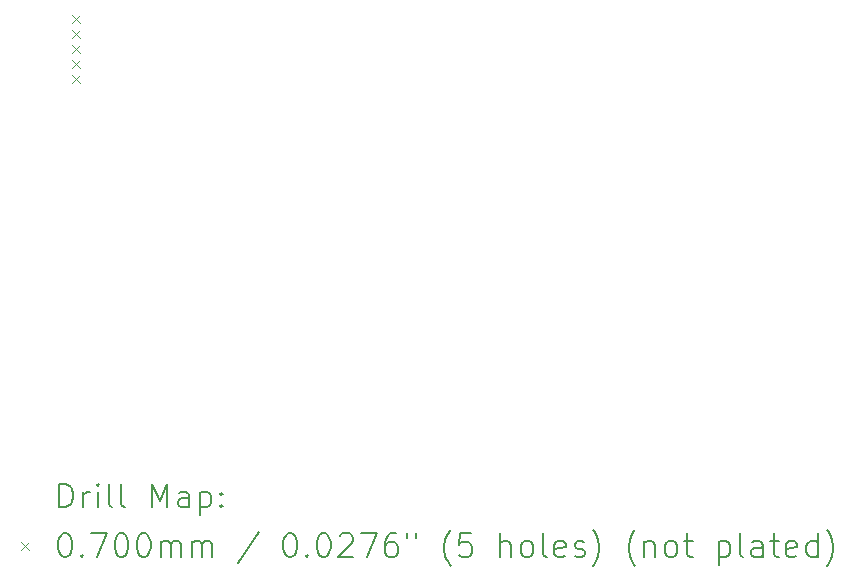
<source format=gbr>
%TF.GenerationSoftware,KiCad,Pcbnew,(6.0.9)*%
%TF.CreationDate,2022-11-30T10:01:07+01:00*%
%TF.ProjectId,LDAD ATOM PRO,4c444144-2041-4544-9f4d-2050524f2e6b,5.3*%
%TF.SameCoordinates,Original*%
%TF.FileFunction,Drillmap*%
%TF.FilePolarity,Positive*%
%FSLAX45Y45*%
G04 Gerber Fmt 4.5, Leading zero omitted, Abs format (unit mm)*
G04 Created by KiCad (PCBNEW (6.0.9)) date 2022-11-30 10:01:07*
%MOMM*%
%LPD*%
G01*
G04 APERTURE LIST*
%ADD10C,0.200000*%
%ADD11C,0.070000*%
G04 APERTURE END LIST*
D10*
D11*
X11926550Y-8351000D02*
X11996550Y-8421000D01*
X11996550Y-8351000D02*
X11926550Y-8421000D01*
X11926550Y-8478000D02*
X11996550Y-8548000D01*
X11996550Y-8478000D02*
X11926550Y-8548000D01*
X11926550Y-8605000D02*
X11996550Y-8675000D01*
X11996550Y-8605000D02*
X11926550Y-8675000D01*
X11926550Y-8732000D02*
X11996550Y-8802000D01*
X11996550Y-8732000D02*
X11926550Y-8802000D01*
X11926550Y-8859000D02*
X11996550Y-8929000D01*
X11996550Y-8859000D02*
X11926550Y-8929000D01*
D10*
X11822276Y-12523976D02*
X11822276Y-12323976D01*
X11869895Y-12323976D01*
X11898467Y-12333500D01*
X11917515Y-12352548D01*
X11927038Y-12371595D01*
X11936562Y-12409690D01*
X11936562Y-12438262D01*
X11927038Y-12476357D01*
X11917515Y-12495405D01*
X11898467Y-12514452D01*
X11869895Y-12523976D01*
X11822276Y-12523976D01*
X12022276Y-12523976D02*
X12022276Y-12390643D01*
X12022276Y-12428738D02*
X12031800Y-12409690D01*
X12041324Y-12400167D01*
X12060372Y-12390643D01*
X12079419Y-12390643D01*
X12146086Y-12523976D02*
X12146086Y-12390643D01*
X12146086Y-12323976D02*
X12136562Y-12333500D01*
X12146086Y-12343024D01*
X12155610Y-12333500D01*
X12146086Y-12323976D01*
X12146086Y-12343024D01*
X12269895Y-12523976D02*
X12250848Y-12514452D01*
X12241324Y-12495405D01*
X12241324Y-12323976D01*
X12374657Y-12523976D02*
X12355610Y-12514452D01*
X12346086Y-12495405D01*
X12346086Y-12323976D01*
X12603229Y-12523976D02*
X12603229Y-12323976D01*
X12669895Y-12466833D01*
X12736562Y-12323976D01*
X12736562Y-12523976D01*
X12917515Y-12523976D02*
X12917515Y-12419214D01*
X12907991Y-12400167D01*
X12888943Y-12390643D01*
X12850848Y-12390643D01*
X12831800Y-12400167D01*
X12917515Y-12514452D02*
X12898467Y-12523976D01*
X12850848Y-12523976D01*
X12831800Y-12514452D01*
X12822276Y-12495405D01*
X12822276Y-12476357D01*
X12831800Y-12457309D01*
X12850848Y-12447786D01*
X12898467Y-12447786D01*
X12917515Y-12438262D01*
X13012753Y-12390643D02*
X13012753Y-12590643D01*
X13012753Y-12400167D02*
X13031800Y-12390643D01*
X13069895Y-12390643D01*
X13088943Y-12400167D01*
X13098467Y-12409690D01*
X13107991Y-12428738D01*
X13107991Y-12485881D01*
X13098467Y-12504928D01*
X13088943Y-12514452D01*
X13069895Y-12523976D01*
X13031800Y-12523976D01*
X13012753Y-12514452D01*
X13193705Y-12504928D02*
X13203229Y-12514452D01*
X13193705Y-12523976D01*
X13184181Y-12514452D01*
X13193705Y-12504928D01*
X13193705Y-12523976D01*
X13193705Y-12400167D02*
X13203229Y-12409690D01*
X13193705Y-12419214D01*
X13184181Y-12409690D01*
X13193705Y-12400167D01*
X13193705Y-12419214D01*
D11*
X11494657Y-12818500D02*
X11564657Y-12888500D01*
X11564657Y-12818500D02*
X11494657Y-12888500D01*
D10*
X11860372Y-12743976D02*
X11879419Y-12743976D01*
X11898467Y-12753500D01*
X11907991Y-12763024D01*
X11917515Y-12782071D01*
X11927038Y-12820167D01*
X11927038Y-12867786D01*
X11917515Y-12905881D01*
X11907991Y-12924928D01*
X11898467Y-12934452D01*
X11879419Y-12943976D01*
X11860372Y-12943976D01*
X11841324Y-12934452D01*
X11831800Y-12924928D01*
X11822276Y-12905881D01*
X11812753Y-12867786D01*
X11812753Y-12820167D01*
X11822276Y-12782071D01*
X11831800Y-12763024D01*
X11841324Y-12753500D01*
X11860372Y-12743976D01*
X12012753Y-12924928D02*
X12022276Y-12934452D01*
X12012753Y-12943976D01*
X12003229Y-12934452D01*
X12012753Y-12924928D01*
X12012753Y-12943976D01*
X12088943Y-12743976D02*
X12222276Y-12743976D01*
X12136562Y-12943976D01*
X12336562Y-12743976D02*
X12355610Y-12743976D01*
X12374657Y-12753500D01*
X12384181Y-12763024D01*
X12393705Y-12782071D01*
X12403229Y-12820167D01*
X12403229Y-12867786D01*
X12393705Y-12905881D01*
X12384181Y-12924928D01*
X12374657Y-12934452D01*
X12355610Y-12943976D01*
X12336562Y-12943976D01*
X12317515Y-12934452D01*
X12307991Y-12924928D01*
X12298467Y-12905881D01*
X12288943Y-12867786D01*
X12288943Y-12820167D01*
X12298467Y-12782071D01*
X12307991Y-12763024D01*
X12317515Y-12753500D01*
X12336562Y-12743976D01*
X12527038Y-12743976D02*
X12546086Y-12743976D01*
X12565134Y-12753500D01*
X12574657Y-12763024D01*
X12584181Y-12782071D01*
X12593705Y-12820167D01*
X12593705Y-12867786D01*
X12584181Y-12905881D01*
X12574657Y-12924928D01*
X12565134Y-12934452D01*
X12546086Y-12943976D01*
X12527038Y-12943976D01*
X12507991Y-12934452D01*
X12498467Y-12924928D01*
X12488943Y-12905881D01*
X12479419Y-12867786D01*
X12479419Y-12820167D01*
X12488943Y-12782071D01*
X12498467Y-12763024D01*
X12507991Y-12753500D01*
X12527038Y-12743976D01*
X12679419Y-12943976D02*
X12679419Y-12810643D01*
X12679419Y-12829690D02*
X12688943Y-12820167D01*
X12707991Y-12810643D01*
X12736562Y-12810643D01*
X12755610Y-12820167D01*
X12765134Y-12839214D01*
X12765134Y-12943976D01*
X12765134Y-12839214D02*
X12774657Y-12820167D01*
X12793705Y-12810643D01*
X12822276Y-12810643D01*
X12841324Y-12820167D01*
X12850848Y-12839214D01*
X12850848Y-12943976D01*
X12946086Y-12943976D02*
X12946086Y-12810643D01*
X12946086Y-12829690D02*
X12955610Y-12820167D01*
X12974657Y-12810643D01*
X13003229Y-12810643D01*
X13022276Y-12820167D01*
X13031800Y-12839214D01*
X13031800Y-12943976D01*
X13031800Y-12839214D02*
X13041324Y-12820167D01*
X13060372Y-12810643D01*
X13088943Y-12810643D01*
X13107991Y-12820167D01*
X13117515Y-12839214D01*
X13117515Y-12943976D01*
X13507991Y-12734452D02*
X13336562Y-12991595D01*
X13765134Y-12743976D02*
X13784181Y-12743976D01*
X13803229Y-12753500D01*
X13812753Y-12763024D01*
X13822276Y-12782071D01*
X13831800Y-12820167D01*
X13831800Y-12867786D01*
X13822276Y-12905881D01*
X13812753Y-12924928D01*
X13803229Y-12934452D01*
X13784181Y-12943976D01*
X13765134Y-12943976D01*
X13746086Y-12934452D01*
X13736562Y-12924928D01*
X13727038Y-12905881D01*
X13717515Y-12867786D01*
X13717515Y-12820167D01*
X13727038Y-12782071D01*
X13736562Y-12763024D01*
X13746086Y-12753500D01*
X13765134Y-12743976D01*
X13917515Y-12924928D02*
X13927038Y-12934452D01*
X13917515Y-12943976D01*
X13907991Y-12934452D01*
X13917515Y-12924928D01*
X13917515Y-12943976D01*
X14050848Y-12743976D02*
X14069895Y-12743976D01*
X14088943Y-12753500D01*
X14098467Y-12763024D01*
X14107991Y-12782071D01*
X14117515Y-12820167D01*
X14117515Y-12867786D01*
X14107991Y-12905881D01*
X14098467Y-12924928D01*
X14088943Y-12934452D01*
X14069895Y-12943976D01*
X14050848Y-12943976D01*
X14031800Y-12934452D01*
X14022276Y-12924928D01*
X14012753Y-12905881D01*
X14003229Y-12867786D01*
X14003229Y-12820167D01*
X14012753Y-12782071D01*
X14022276Y-12763024D01*
X14031800Y-12753500D01*
X14050848Y-12743976D01*
X14193705Y-12763024D02*
X14203229Y-12753500D01*
X14222276Y-12743976D01*
X14269895Y-12743976D01*
X14288943Y-12753500D01*
X14298467Y-12763024D01*
X14307991Y-12782071D01*
X14307991Y-12801119D01*
X14298467Y-12829690D01*
X14184181Y-12943976D01*
X14307991Y-12943976D01*
X14374657Y-12743976D02*
X14507991Y-12743976D01*
X14422276Y-12943976D01*
X14669895Y-12743976D02*
X14631800Y-12743976D01*
X14612753Y-12753500D01*
X14603229Y-12763024D01*
X14584181Y-12791595D01*
X14574657Y-12829690D01*
X14574657Y-12905881D01*
X14584181Y-12924928D01*
X14593705Y-12934452D01*
X14612753Y-12943976D01*
X14650848Y-12943976D01*
X14669895Y-12934452D01*
X14679419Y-12924928D01*
X14688943Y-12905881D01*
X14688943Y-12858262D01*
X14679419Y-12839214D01*
X14669895Y-12829690D01*
X14650848Y-12820167D01*
X14612753Y-12820167D01*
X14593705Y-12829690D01*
X14584181Y-12839214D01*
X14574657Y-12858262D01*
X14765134Y-12743976D02*
X14765134Y-12782071D01*
X14841324Y-12743976D02*
X14841324Y-12782071D01*
X15136562Y-13020167D02*
X15127038Y-13010643D01*
X15107991Y-12982071D01*
X15098467Y-12963024D01*
X15088943Y-12934452D01*
X15079419Y-12886833D01*
X15079419Y-12848738D01*
X15088943Y-12801119D01*
X15098467Y-12772548D01*
X15107991Y-12753500D01*
X15127038Y-12724928D01*
X15136562Y-12715405D01*
X15307991Y-12743976D02*
X15212753Y-12743976D01*
X15203229Y-12839214D01*
X15212753Y-12829690D01*
X15231800Y-12820167D01*
X15279419Y-12820167D01*
X15298467Y-12829690D01*
X15307991Y-12839214D01*
X15317515Y-12858262D01*
X15317515Y-12905881D01*
X15307991Y-12924928D01*
X15298467Y-12934452D01*
X15279419Y-12943976D01*
X15231800Y-12943976D01*
X15212753Y-12934452D01*
X15203229Y-12924928D01*
X15555610Y-12943976D02*
X15555610Y-12743976D01*
X15641324Y-12943976D02*
X15641324Y-12839214D01*
X15631800Y-12820167D01*
X15612753Y-12810643D01*
X15584181Y-12810643D01*
X15565134Y-12820167D01*
X15555610Y-12829690D01*
X15765134Y-12943976D02*
X15746086Y-12934452D01*
X15736562Y-12924928D01*
X15727038Y-12905881D01*
X15727038Y-12848738D01*
X15736562Y-12829690D01*
X15746086Y-12820167D01*
X15765134Y-12810643D01*
X15793705Y-12810643D01*
X15812753Y-12820167D01*
X15822276Y-12829690D01*
X15831800Y-12848738D01*
X15831800Y-12905881D01*
X15822276Y-12924928D01*
X15812753Y-12934452D01*
X15793705Y-12943976D01*
X15765134Y-12943976D01*
X15946086Y-12943976D02*
X15927038Y-12934452D01*
X15917515Y-12915405D01*
X15917515Y-12743976D01*
X16098467Y-12934452D02*
X16079419Y-12943976D01*
X16041324Y-12943976D01*
X16022276Y-12934452D01*
X16012753Y-12915405D01*
X16012753Y-12839214D01*
X16022276Y-12820167D01*
X16041324Y-12810643D01*
X16079419Y-12810643D01*
X16098467Y-12820167D01*
X16107991Y-12839214D01*
X16107991Y-12858262D01*
X16012753Y-12877309D01*
X16184181Y-12934452D02*
X16203229Y-12943976D01*
X16241324Y-12943976D01*
X16260372Y-12934452D01*
X16269895Y-12915405D01*
X16269895Y-12905881D01*
X16260372Y-12886833D01*
X16241324Y-12877309D01*
X16212753Y-12877309D01*
X16193705Y-12867786D01*
X16184181Y-12848738D01*
X16184181Y-12839214D01*
X16193705Y-12820167D01*
X16212753Y-12810643D01*
X16241324Y-12810643D01*
X16260372Y-12820167D01*
X16336562Y-13020167D02*
X16346086Y-13010643D01*
X16365134Y-12982071D01*
X16374657Y-12963024D01*
X16384181Y-12934452D01*
X16393705Y-12886833D01*
X16393705Y-12848738D01*
X16384181Y-12801119D01*
X16374657Y-12772548D01*
X16365134Y-12753500D01*
X16346086Y-12724928D01*
X16336562Y-12715405D01*
X16698467Y-13020167D02*
X16688943Y-13010643D01*
X16669895Y-12982071D01*
X16660372Y-12963024D01*
X16650848Y-12934452D01*
X16641324Y-12886833D01*
X16641324Y-12848738D01*
X16650848Y-12801119D01*
X16660372Y-12772548D01*
X16669895Y-12753500D01*
X16688943Y-12724928D01*
X16698467Y-12715405D01*
X16774657Y-12810643D02*
X16774657Y-12943976D01*
X16774657Y-12829690D02*
X16784181Y-12820167D01*
X16803229Y-12810643D01*
X16831800Y-12810643D01*
X16850848Y-12820167D01*
X16860372Y-12839214D01*
X16860372Y-12943976D01*
X16984181Y-12943976D02*
X16965134Y-12934452D01*
X16955610Y-12924928D01*
X16946086Y-12905881D01*
X16946086Y-12848738D01*
X16955610Y-12829690D01*
X16965134Y-12820167D01*
X16984181Y-12810643D01*
X17012753Y-12810643D01*
X17031800Y-12820167D01*
X17041324Y-12829690D01*
X17050848Y-12848738D01*
X17050848Y-12905881D01*
X17041324Y-12924928D01*
X17031800Y-12934452D01*
X17012753Y-12943976D01*
X16984181Y-12943976D01*
X17107991Y-12810643D02*
X17184181Y-12810643D01*
X17136562Y-12743976D02*
X17136562Y-12915405D01*
X17146086Y-12934452D01*
X17165134Y-12943976D01*
X17184181Y-12943976D01*
X17403229Y-12810643D02*
X17403229Y-13010643D01*
X17403229Y-12820167D02*
X17422277Y-12810643D01*
X17460372Y-12810643D01*
X17479419Y-12820167D01*
X17488943Y-12829690D01*
X17498467Y-12848738D01*
X17498467Y-12905881D01*
X17488943Y-12924928D01*
X17479419Y-12934452D01*
X17460372Y-12943976D01*
X17422277Y-12943976D01*
X17403229Y-12934452D01*
X17612753Y-12943976D02*
X17593705Y-12934452D01*
X17584181Y-12915405D01*
X17584181Y-12743976D01*
X17774657Y-12943976D02*
X17774657Y-12839214D01*
X17765134Y-12820167D01*
X17746086Y-12810643D01*
X17707991Y-12810643D01*
X17688943Y-12820167D01*
X17774657Y-12934452D02*
X17755610Y-12943976D01*
X17707991Y-12943976D01*
X17688943Y-12934452D01*
X17679419Y-12915405D01*
X17679419Y-12896357D01*
X17688943Y-12877309D01*
X17707991Y-12867786D01*
X17755610Y-12867786D01*
X17774657Y-12858262D01*
X17841324Y-12810643D02*
X17917515Y-12810643D01*
X17869896Y-12743976D02*
X17869896Y-12915405D01*
X17879419Y-12934452D01*
X17898467Y-12943976D01*
X17917515Y-12943976D01*
X18060372Y-12934452D02*
X18041324Y-12943976D01*
X18003229Y-12943976D01*
X17984181Y-12934452D01*
X17974657Y-12915405D01*
X17974657Y-12839214D01*
X17984181Y-12820167D01*
X18003229Y-12810643D01*
X18041324Y-12810643D01*
X18060372Y-12820167D01*
X18069896Y-12839214D01*
X18069896Y-12858262D01*
X17974657Y-12877309D01*
X18241324Y-12943976D02*
X18241324Y-12743976D01*
X18241324Y-12934452D02*
X18222277Y-12943976D01*
X18184181Y-12943976D01*
X18165134Y-12934452D01*
X18155610Y-12924928D01*
X18146086Y-12905881D01*
X18146086Y-12848738D01*
X18155610Y-12829690D01*
X18165134Y-12820167D01*
X18184181Y-12810643D01*
X18222277Y-12810643D01*
X18241324Y-12820167D01*
X18317515Y-13020167D02*
X18327038Y-13010643D01*
X18346086Y-12982071D01*
X18355610Y-12963024D01*
X18365134Y-12934452D01*
X18374657Y-12886833D01*
X18374657Y-12848738D01*
X18365134Y-12801119D01*
X18355610Y-12772548D01*
X18346086Y-12753500D01*
X18327038Y-12724928D01*
X18317515Y-12715405D01*
M02*

</source>
